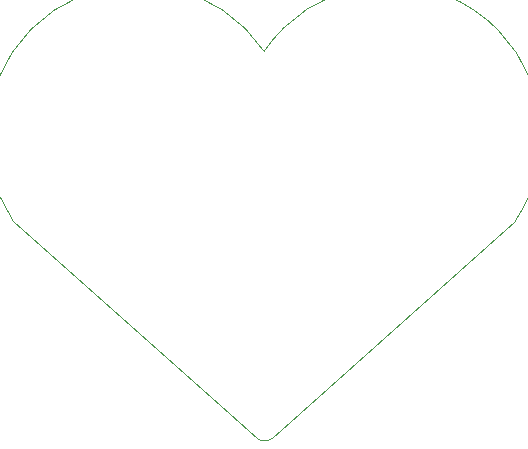
<source format=gbr>
%TF.GenerationSoftware,KiCad,Pcbnew,9.0.7*%
%TF.CreationDate,2026-02-06T18:51:04+01:00*%
%TF.ProjectId,llavero_led,6c6c6176-6572-46f5-9f6c-65642e6b6963,rev?*%
%TF.SameCoordinates,Original*%
%TF.FileFunction,Profile,NP*%
%FSLAX46Y46*%
G04 Gerber Fmt 4.6, Leading zero omitted, Abs format (unit mm)*
G04 Created by KiCad (PCBNEW 9.0.7) date 2026-02-06 18:51:04*
%MOMM*%
%LPD*%
G01*
G04 APERTURE LIST*
%TA.AperFunction,Profile*%
%ADD10C,0.050000*%
%TD*%
G04 APERTURE END LIST*
D10*
X124445524Y-106500001D02*
G75*
G02*
X145722766Y-92180831I10638619J7159588D01*
G01*
X145722763Y-92180833D02*
G75*
G02*
X167000001Y-106500001I10638619J-7159584D01*
G01*
X146413523Y-124909964D02*
G75*
G02*
X145085596Y-124910957I-664523J747264D01*
G01*
X145085604Y-124910948D02*
X124445524Y-106500001D01*
X146413523Y-124909964D02*
X167000000Y-106500000D01*
M02*

</source>
